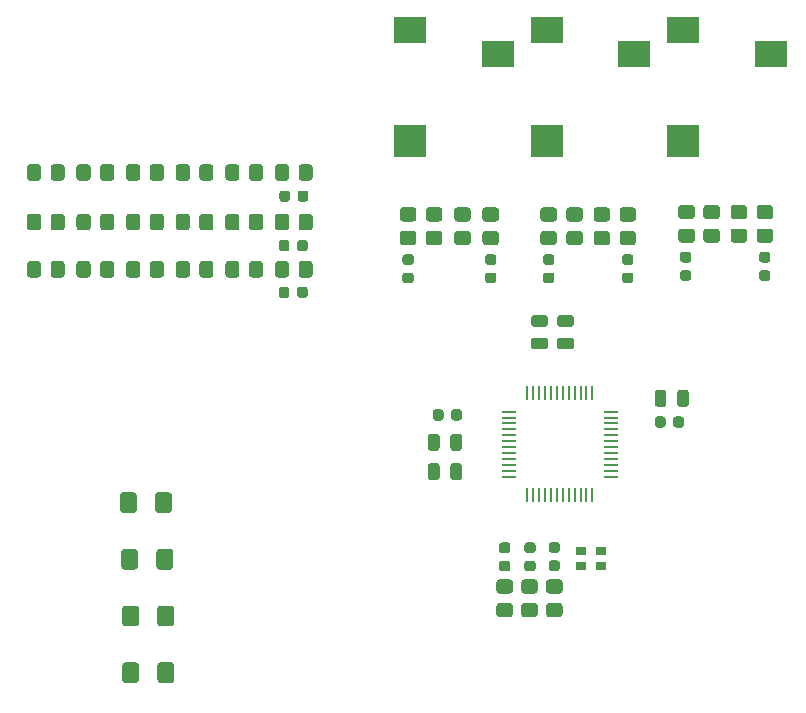
<source format=gtp>
G04 #@! TF.GenerationSoftware,KiCad,Pcbnew,(5.1.10)-1*
G04 #@! TF.CreationDate,2021-08-26T19:54:54+02:00*
G04 #@! TF.ProjectId,CT_Sensor_Mains,43545f53-656e-4736-9f72-5f4d61696e73,rev?*
G04 #@! TF.SameCoordinates,Original*
G04 #@! TF.FileFunction,Paste,Top*
G04 #@! TF.FilePolarity,Positive*
%FSLAX46Y46*%
G04 Gerber Fmt 4.6, Leading zero omitted, Abs format (unit mm)*
G04 Created by KiCad (PCBNEW (5.1.10)-1) date 2021-08-26 19:54:54*
%MOMM*%
%LPD*%
G01*
G04 APERTURE LIST*
%ADD10R,0.900000X0.800000*%
%ADD11R,0.250000X1.300000*%
%ADD12R,1.300000X0.250000*%
%ADD13R,2.800000X2.800000*%
%ADD14R,2.800000X2.200000*%
G04 APERTURE END LIST*
D10*
X97175000Y-101475000D03*
X98825000Y-102725000D03*
X98825000Y-101475000D03*
X97175000Y-102725000D03*
D11*
X92630000Y-88095000D03*
X93130000Y-88095000D03*
X93630000Y-88095000D03*
X94130000Y-88095000D03*
X94630000Y-88095000D03*
X95130000Y-88095000D03*
X95630000Y-88095000D03*
X96130000Y-88095000D03*
X96630000Y-88095000D03*
X97130000Y-88095000D03*
X97630000Y-88095000D03*
X98130000Y-88095000D03*
D12*
X99730000Y-89695000D03*
X99730000Y-90195000D03*
X99730000Y-90695000D03*
X99730000Y-91195000D03*
X99730000Y-91695000D03*
X99730000Y-92195000D03*
X99730000Y-92695000D03*
X99730000Y-93195000D03*
X99730000Y-93695000D03*
X99730000Y-94195000D03*
X99730000Y-94695000D03*
X99730000Y-95195000D03*
D11*
X98130000Y-96795000D03*
X97630000Y-96795000D03*
X97130000Y-96795000D03*
X96630000Y-96795000D03*
X96130000Y-96795000D03*
X95630000Y-96795000D03*
X95130000Y-96795000D03*
X94630000Y-96795000D03*
X94130000Y-96795000D03*
X93630000Y-96795000D03*
X93130000Y-96795000D03*
X92630000Y-96795000D03*
D12*
X91030000Y-95195000D03*
X91030000Y-94695000D03*
X91030000Y-94195000D03*
X91030000Y-93695000D03*
X91030000Y-93195000D03*
X91030000Y-92695000D03*
X91030000Y-92195000D03*
X91030000Y-91695000D03*
X91030000Y-91195000D03*
X91030000Y-90695000D03*
X91030000Y-90195000D03*
X91030000Y-89695000D03*
G36*
G01*
X91150001Y-105100000D02*
X90249999Y-105100000D01*
G75*
G02*
X90000000Y-104850001I0J249999D01*
G01*
X90000000Y-104149999D01*
G75*
G02*
X90249999Y-103900000I249999J0D01*
G01*
X91150001Y-103900000D01*
G75*
G02*
X91400000Y-104149999I0J-249999D01*
G01*
X91400000Y-104850001D01*
G75*
G02*
X91150001Y-105100000I-249999J0D01*
G01*
G37*
G36*
G01*
X91150001Y-107100000D02*
X90249999Y-107100000D01*
G75*
G02*
X90000000Y-106850001I0J249999D01*
G01*
X90000000Y-106149999D01*
G75*
G02*
X90249999Y-105900000I249999J0D01*
G01*
X91150001Y-105900000D01*
G75*
G02*
X91400000Y-106149999I0J-249999D01*
G01*
X91400000Y-106850001D01*
G75*
G02*
X91150001Y-107100000I-249999J0D01*
G01*
G37*
G36*
G01*
X93250001Y-105100000D02*
X92349999Y-105100000D01*
G75*
G02*
X92100000Y-104850001I0J249999D01*
G01*
X92100000Y-104149999D01*
G75*
G02*
X92349999Y-103900000I249999J0D01*
G01*
X93250001Y-103900000D01*
G75*
G02*
X93500000Y-104149999I0J-249999D01*
G01*
X93500000Y-104850001D01*
G75*
G02*
X93250001Y-105100000I-249999J0D01*
G01*
G37*
G36*
G01*
X93250001Y-107100000D02*
X92349999Y-107100000D01*
G75*
G02*
X92100000Y-106850001I0J249999D01*
G01*
X92100000Y-106149999D01*
G75*
G02*
X92349999Y-105900000I249999J0D01*
G01*
X93250001Y-105900000D01*
G75*
G02*
X93500000Y-106149999I0J-249999D01*
G01*
X93500000Y-106850001D01*
G75*
G02*
X93250001Y-107100000I-249999J0D01*
G01*
G37*
G36*
G01*
X95350001Y-105100000D02*
X94449999Y-105100000D01*
G75*
G02*
X94200000Y-104850001I0J249999D01*
G01*
X94200000Y-104149999D01*
G75*
G02*
X94449999Y-103900000I249999J0D01*
G01*
X95350001Y-103900000D01*
G75*
G02*
X95600000Y-104149999I0J-249999D01*
G01*
X95600000Y-104850001D01*
G75*
G02*
X95350001Y-105100000I-249999J0D01*
G01*
G37*
G36*
G01*
X95350001Y-107100000D02*
X94449999Y-107100000D01*
G75*
G02*
X94200000Y-106850001I0J249999D01*
G01*
X94200000Y-106149999D01*
G75*
G02*
X94449999Y-105900000I249999J0D01*
G01*
X95350001Y-105900000D01*
G75*
G02*
X95600000Y-106149999I0J-249999D01*
G01*
X95600000Y-106850001D01*
G75*
G02*
X95350001Y-107100000I-249999J0D01*
G01*
G37*
G36*
G01*
X73250000Y-78100001D02*
X73250000Y-77199999D01*
G75*
G02*
X73499999Y-76950000I249999J0D01*
G01*
X74200001Y-76950000D01*
G75*
G02*
X74450000Y-77199999I0J-249999D01*
G01*
X74450000Y-78100001D01*
G75*
G02*
X74200001Y-78350000I-249999J0D01*
G01*
X73499999Y-78350000D01*
G75*
G02*
X73250000Y-78100001I0J249999D01*
G01*
G37*
G36*
G01*
X71250000Y-78100001D02*
X71250000Y-77199999D01*
G75*
G02*
X71499999Y-76950000I249999J0D01*
G01*
X72200001Y-76950000D01*
G75*
G02*
X72450000Y-77199999I0J-249999D01*
G01*
X72450000Y-78100001D01*
G75*
G02*
X72200001Y-78350000I-249999J0D01*
G01*
X71499999Y-78350000D01*
G75*
G02*
X71250000Y-78100001I0J249999D01*
G01*
G37*
G36*
G01*
X73250000Y-74100001D02*
X73250000Y-73199999D01*
G75*
G02*
X73499999Y-72950000I249999J0D01*
G01*
X74200001Y-72950000D01*
G75*
G02*
X74450000Y-73199999I0J-249999D01*
G01*
X74450000Y-74100001D01*
G75*
G02*
X74200001Y-74350000I-249999J0D01*
G01*
X73499999Y-74350000D01*
G75*
G02*
X73250000Y-74100001I0J249999D01*
G01*
G37*
G36*
G01*
X71250000Y-74100001D02*
X71250000Y-73199999D01*
G75*
G02*
X71499999Y-72950000I249999J0D01*
G01*
X72200001Y-72950000D01*
G75*
G02*
X72450000Y-73199999I0J-249999D01*
G01*
X72450000Y-74100001D01*
G75*
G02*
X72200001Y-74350000I-249999J0D01*
G01*
X71499999Y-74350000D01*
G75*
G02*
X71250000Y-74100001I0J249999D01*
G01*
G37*
G36*
G01*
X73250000Y-69900001D02*
X73250000Y-68999999D01*
G75*
G02*
X73499999Y-68750000I249999J0D01*
G01*
X74200001Y-68750000D01*
G75*
G02*
X74450000Y-68999999I0J-249999D01*
G01*
X74450000Y-69900001D01*
G75*
G02*
X74200001Y-70150000I-249999J0D01*
G01*
X73499999Y-70150000D01*
G75*
G02*
X73250000Y-69900001I0J249999D01*
G01*
G37*
G36*
G01*
X71250000Y-69900001D02*
X71250000Y-68999999D01*
G75*
G02*
X71499999Y-68750000I249999J0D01*
G01*
X72200001Y-68750000D01*
G75*
G02*
X72450000Y-68999999I0J-249999D01*
G01*
X72450000Y-69900001D01*
G75*
G02*
X72200001Y-70150000I-249999J0D01*
G01*
X71499999Y-70150000D01*
G75*
G02*
X71250000Y-69900001I0J249999D01*
G01*
G37*
G36*
G01*
X69050000Y-78100001D02*
X69050000Y-77199999D01*
G75*
G02*
X69299999Y-76950000I249999J0D01*
G01*
X70000001Y-76950000D01*
G75*
G02*
X70250000Y-77199999I0J-249999D01*
G01*
X70250000Y-78100001D01*
G75*
G02*
X70000001Y-78350000I-249999J0D01*
G01*
X69299999Y-78350000D01*
G75*
G02*
X69050000Y-78100001I0J249999D01*
G01*
G37*
G36*
G01*
X67050000Y-78100001D02*
X67050000Y-77199999D01*
G75*
G02*
X67299999Y-76950000I249999J0D01*
G01*
X68000001Y-76950000D01*
G75*
G02*
X68250000Y-77199999I0J-249999D01*
G01*
X68250000Y-78100001D01*
G75*
G02*
X68000001Y-78350000I-249999J0D01*
G01*
X67299999Y-78350000D01*
G75*
G02*
X67050000Y-78100001I0J249999D01*
G01*
G37*
G36*
G01*
X69050000Y-74100001D02*
X69050000Y-73199999D01*
G75*
G02*
X69299999Y-72950000I249999J0D01*
G01*
X70000001Y-72950000D01*
G75*
G02*
X70250000Y-73199999I0J-249999D01*
G01*
X70250000Y-74100001D01*
G75*
G02*
X70000001Y-74350000I-249999J0D01*
G01*
X69299999Y-74350000D01*
G75*
G02*
X69050000Y-74100001I0J249999D01*
G01*
G37*
G36*
G01*
X67050000Y-74100001D02*
X67050000Y-73199999D01*
G75*
G02*
X67299999Y-72950000I249999J0D01*
G01*
X68000001Y-72950000D01*
G75*
G02*
X68250000Y-73199999I0J-249999D01*
G01*
X68250000Y-74100001D01*
G75*
G02*
X68000001Y-74350000I-249999J0D01*
G01*
X67299999Y-74350000D01*
G75*
G02*
X67050000Y-74100001I0J249999D01*
G01*
G37*
G36*
G01*
X69050000Y-69900001D02*
X69050000Y-68999999D01*
G75*
G02*
X69299999Y-68750000I249999J0D01*
G01*
X70000001Y-68750000D01*
G75*
G02*
X70250000Y-68999999I0J-249999D01*
G01*
X70250000Y-69900001D01*
G75*
G02*
X70000001Y-70150000I-249999J0D01*
G01*
X69299999Y-70150000D01*
G75*
G02*
X69050000Y-69900001I0J249999D01*
G01*
G37*
G36*
G01*
X67050000Y-69900001D02*
X67050000Y-68999999D01*
G75*
G02*
X67299999Y-68750000I249999J0D01*
G01*
X68000001Y-68750000D01*
G75*
G02*
X68250000Y-68999999I0J-249999D01*
G01*
X68250000Y-69900001D01*
G75*
G02*
X68000001Y-70150000I-249999J0D01*
G01*
X67299999Y-70150000D01*
G75*
G02*
X67050000Y-69900001I0J249999D01*
G01*
G37*
G36*
G01*
X64850000Y-78100001D02*
X64850000Y-77199999D01*
G75*
G02*
X65099999Y-76950000I249999J0D01*
G01*
X65800001Y-76950000D01*
G75*
G02*
X66050000Y-77199999I0J-249999D01*
G01*
X66050000Y-78100001D01*
G75*
G02*
X65800001Y-78350000I-249999J0D01*
G01*
X65099999Y-78350000D01*
G75*
G02*
X64850000Y-78100001I0J249999D01*
G01*
G37*
G36*
G01*
X62850000Y-78100001D02*
X62850000Y-77199999D01*
G75*
G02*
X63099999Y-76950000I249999J0D01*
G01*
X63800001Y-76950000D01*
G75*
G02*
X64050000Y-77199999I0J-249999D01*
G01*
X64050000Y-78100001D01*
G75*
G02*
X63800001Y-78350000I-249999J0D01*
G01*
X63099999Y-78350000D01*
G75*
G02*
X62850000Y-78100001I0J249999D01*
G01*
G37*
G36*
G01*
X64850000Y-74100001D02*
X64850000Y-73199999D01*
G75*
G02*
X65099999Y-72950000I249999J0D01*
G01*
X65800001Y-72950000D01*
G75*
G02*
X66050000Y-73199999I0J-249999D01*
G01*
X66050000Y-74100001D01*
G75*
G02*
X65800001Y-74350000I-249999J0D01*
G01*
X65099999Y-74350000D01*
G75*
G02*
X64850000Y-74100001I0J249999D01*
G01*
G37*
G36*
G01*
X62850000Y-74100001D02*
X62850000Y-73199999D01*
G75*
G02*
X63099999Y-72950000I249999J0D01*
G01*
X63800001Y-72950000D01*
G75*
G02*
X64050000Y-73199999I0J-249999D01*
G01*
X64050000Y-74100001D01*
G75*
G02*
X63800001Y-74350000I-249999J0D01*
G01*
X63099999Y-74350000D01*
G75*
G02*
X62850000Y-74100001I0J249999D01*
G01*
G37*
G36*
G01*
X64850000Y-69900001D02*
X64850000Y-68999999D01*
G75*
G02*
X65099999Y-68750000I249999J0D01*
G01*
X65800001Y-68750000D01*
G75*
G02*
X66050000Y-68999999I0J-249999D01*
G01*
X66050000Y-69900001D01*
G75*
G02*
X65800001Y-70150000I-249999J0D01*
G01*
X65099999Y-70150000D01*
G75*
G02*
X64850000Y-69900001I0J249999D01*
G01*
G37*
G36*
G01*
X62850000Y-69900001D02*
X62850000Y-68999999D01*
G75*
G02*
X63099999Y-68750000I249999J0D01*
G01*
X63800001Y-68750000D01*
G75*
G02*
X64050000Y-68999999I0J-249999D01*
G01*
X64050000Y-69900001D01*
G75*
G02*
X63800001Y-70150000I-249999J0D01*
G01*
X63099999Y-70150000D01*
G75*
G02*
X62850000Y-69900001I0J249999D01*
G01*
G37*
G36*
G01*
X60650000Y-78100001D02*
X60650000Y-77199999D01*
G75*
G02*
X60899999Y-76950000I249999J0D01*
G01*
X61600001Y-76950000D01*
G75*
G02*
X61850000Y-77199999I0J-249999D01*
G01*
X61850000Y-78100001D01*
G75*
G02*
X61600001Y-78350000I-249999J0D01*
G01*
X60899999Y-78350000D01*
G75*
G02*
X60650000Y-78100001I0J249999D01*
G01*
G37*
G36*
G01*
X58650000Y-78100001D02*
X58650000Y-77199999D01*
G75*
G02*
X58899999Y-76950000I249999J0D01*
G01*
X59600001Y-76950000D01*
G75*
G02*
X59850000Y-77199999I0J-249999D01*
G01*
X59850000Y-78100001D01*
G75*
G02*
X59600001Y-78350000I-249999J0D01*
G01*
X58899999Y-78350000D01*
G75*
G02*
X58650000Y-78100001I0J249999D01*
G01*
G37*
G36*
G01*
X60650000Y-74100001D02*
X60650000Y-73199999D01*
G75*
G02*
X60899999Y-72950000I249999J0D01*
G01*
X61600001Y-72950000D01*
G75*
G02*
X61850000Y-73199999I0J-249999D01*
G01*
X61850000Y-74100001D01*
G75*
G02*
X61600001Y-74350000I-249999J0D01*
G01*
X60899999Y-74350000D01*
G75*
G02*
X60650000Y-74100001I0J249999D01*
G01*
G37*
G36*
G01*
X58650000Y-74100001D02*
X58650000Y-73199999D01*
G75*
G02*
X58899999Y-72950000I249999J0D01*
G01*
X59600001Y-72950000D01*
G75*
G02*
X59850000Y-73199999I0J-249999D01*
G01*
X59850000Y-74100001D01*
G75*
G02*
X59600001Y-74350000I-249999J0D01*
G01*
X58899999Y-74350000D01*
G75*
G02*
X58650000Y-74100001I0J249999D01*
G01*
G37*
G36*
G01*
X60650000Y-69900001D02*
X60650000Y-68999999D01*
G75*
G02*
X60899999Y-68750000I249999J0D01*
G01*
X61600001Y-68750000D01*
G75*
G02*
X61850000Y-68999999I0J-249999D01*
G01*
X61850000Y-69900001D01*
G75*
G02*
X61600001Y-70150000I-249999J0D01*
G01*
X60899999Y-70150000D01*
G75*
G02*
X60650000Y-69900001I0J249999D01*
G01*
G37*
G36*
G01*
X58650000Y-69900001D02*
X58650000Y-68999999D01*
G75*
G02*
X58899999Y-68750000I249999J0D01*
G01*
X59600001Y-68750000D01*
G75*
G02*
X59850000Y-68999999I0J-249999D01*
G01*
X59850000Y-69900001D01*
G75*
G02*
X59600001Y-70150000I-249999J0D01*
G01*
X58899999Y-70150000D01*
G75*
G02*
X58650000Y-69900001I0J249999D01*
G01*
G37*
G36*
G01*
X56450000Y-78100001D02*
X56450000Y-77199999D01*
G75*
G02*
X56699999Y-76950000I249999J0D01*
G01*
X57400001Y-76950000D01*
G75*
G02*
X57650000Y-77199999I0J-249999D01*
G01*
X57650000Y-78100001D01*
G75*
G02*
X57400001Y-78350000I-249999J0D01*
G01*
X56699999Y-78350000D01*
G75*
G02*
X56450000Y-78100001I0J249999D01*
G01*
G37*
G36*
G01*
X54450000Y-78100001D02*
X54450000Y-77199999D01*
G75*
G02*
X54699999Y-76950000I249999J0D01*
G01*
X55400001Y-76950000D01*
G75*
G02*
X55650000Y-77199999I0J-249999D01*
G01*
X55650000Y-78100001D01*
G75*
G02*
X55400001Y-78350000I-249999J0D01*
G01*
X54699999Y-78350000D01*
G75*
G02*
X54450000Y-78100001I0J249999D01*
G01*
G37*
G36*
G01*
X56450000Y-74100001D02*
X56450000Y-73199999D01*
G75*
G02*
X56699999Y-72950000I249999J0D01*
G01*
X57400001Y-72950000D01*
G75*
G02*
X57650000Y-73199999I0J-249999D01*
G01*
X57650000Y-74100001D01*
G75*
G02*
X57400001Y-74350000I-249999J0D01*
G01*
X56699999Y-74350000D01*
G75*
G02*
X56450000Y-74100001I0J249999D01*
G01*
G37*
G36*
G01*
X54450000Y-74100001D02*
X54450000Y-73199999D01*
G75*
G02*
X54699999Y-72950000I249999J0D01*
G01*
X55400001Y-72950000D01*
G75*
G02*
X55650000Y-73199999I0J-249999D01*
G01*
X55650000Y-74100001D01*
G75*
G02*
X55400001Y-74350000I-249999J0D01*
G01*
X54699999Y-74350000D01*
G75*
G02*
X54450000Y-74100001I0J249999D01*
G01*
G37*
G36*
G01*
X56450000Y-69900001D02*
X56450000Y-68999999D01*
G75*
G02*
X56699999Y-68750000I249999J0D01*
G01*
X57400001Y-68750000D01*
G75*
G02*
X57650000Y-68999999I0J-249999D01*
G01*
X57650000Y-69900001D01*
G75*
G02*
X57400001Y-70150000I-249999J0D01*
G01*
X56699999Y-70150000D01*
G75*
G02*
X56450000Y-69900001I0J249999D01*
G01*
G37*
G36*
G01*
X54450000Y-69900001D02*
X54450000Y-68999999D01*
G75*
G02*
X54699999Y-68750000I249999J0D01*
G01*
X55400001Y-68750000D01*
G75*
G02*
X55650000Y-68999999I0J-249999D01*
G01*
X55650000Y-69900001D01*
G75*
G02*
X55400001Y-70150000I-249999J0D01*
G01*
X54699999Y-70150000D01*
G75*
G02*
X54450000Y-69900001I0J249999D01*
G01*
G37*
G36*
G01*
X52250000Y-78100001D02*
X52250000Y-77199999D01*
G75*
G02*
X52499999Y-76950000I249999J0D01*
G01*
X53200001Y-76950000D01*
G75*
G02*
X53450000Y-77199999I0J-249999D01*
G01*
X53450000Y-78100001D01*
G75*
G02*
X53200001Y-78350000I-249999J0D01*
G01*
X52499999Y-78350000D01*
G75*
G02*
X52250000Y-78100001I0J249999D01*
G01*
G37*
G36*
G01*
X50250000Y-78100001D02*
X50250000Y-77199999D01*
G75*
G02*
X50499999Y-76950000I249999J0D01*
G01*
X51200001Y-76950000D01*
G75*
G02*
X51450000Y-77199999I0J-249999D01*
G01*
X51450000Y-78100001D01*
G75*
G02*
X51200001Y-78350000I-249999J0D01*
G01*
X50499999Y-78350000D01*
G75*
G02*
X50250000Y-78100001I0J249999D01*
G01*
G37*
G36*
G01*
X52250000Y-74100001D02*
X52250000Y-73199999D01*
G75*
G02*
X52499999Y-72950000I249999J0D01*
G01*
X53200001Y-72950000D01*
G75*
G02*
X53450000Y-73199999I0J-249999D01*
G01*
X53450000Y-74100001D01*
G75*
G02*
X53200001Y-74350000I-249999J0D01*
G01*
X52499999Y-74350000D01*
G75*
G02*
X52250000Y-74100001I0J249999D01*
G01*
G37*
G36*
G01*
X50250000Y-74100001D02*
X50250000Y-73199999D01*
G75*
G02*
X50499999Y-72950000I249999J0D01*
G01*
X51200001Y-72950000D01*
G75*
G02*
X51450000Y-73199999I0J-249999D01*
G01*
X51450000Y-74100001D01*
G75*
G02*
X51200001Y-74350000I-249999J0D01*
G01*
X50499999Y-74350000D01*
G75*
G02*
X50250000Y-74100001I0J249999D01*
G01*
G37*
G36*
G01*
X52250000Y-69900001D02*
X52250000Y-68999999D01*
G75*
G02*
X52499999Y-68750000I249999J0D01*
G01*
X53200001Y-68750000D01*
G75*
G02*
X53450000Y-68999999I0J-249999D01*
G01*
X53450000Y-69900001D01*
G75*
G02*
X53200001Y-70150000I-249999J0D01*
G01*
X52499999Y-70150000D01*
G75*
G02*
X52250000Y-69900001I0J249999D01*
G01*
G37*
G36*
G01*
X50250000Y-69900001D02*
X50250000Y-68999999D01*
G75*
G02*
X50499999Y-68750000I249999J0D01*
G01*
X51200001Y-68750000D01*
G75*
G02*
X51450000Y-68999999I0J-249999D01*
G01*
X51450000Y-69900001D01*
G75*
G02*
X51200001Y-70150000I-249999J0D01*
G01*
X50499999Y-70150000D01*
G75*
G02*
X50250000Y-69900001I0J249999D01*
G01*
G37*
G36*
G01*
X105649999Y-74200000D02*
X106550001Y-74200000D01*
G75*
G02*
X106800000Y-74449999I0J-249999D01*
G01*
X106800000Y-75150001D01*
G75*
G02*
X106550001Y-75400000I-249999J0D01*
G01*
X105649999Y-75400000D01*
G75*
G02*
X105400000Y-75150001I0J249999D01*
G01*
X105400000Y-74449999D01*
G75*
G02*
X105649999Y-74200000I249999J0D01*
G01*
G37*
G36*
G01*
X105649999Y-72200000D02*
X106550001Y-72200000D01*
G75*
G02*
X106800000Y-72449999I0J-249999D01*
G01*
X106800000Y-73150001D01*
G75*
G02*
X106550001Y-73400000I-249999J0D01*
G01*
X105649999Y-73400000D01*
G75*
G02*
X105400000Y-73150001I0J249999D01*
G01*
X105400000Y-72449999D01*
G75*
G02*
X105649999Y-72200000I249999J0D01*
G01*
G37*
G36*
G01*
X113175001Y-73400000D02*
X112274999Y-73400000D01*
G75*
G02*
X112025000Y-73150001I0J249999D01*
G01*
X112025000Y-72449999D01*
G75*
G02*
X112274999Y-72200000I249999J0D01*
G01*
X113175001Y-72200000D01*
G75*
G02*
X113425000Y-72449999I0J-249999D01*
G01*
X113425000Y-73150001D01*
G75*
G02*
X113175001Y-73400000I-249999J0D01*
G01*
G37*
G36*
G01*
X113175001Y-75400000D02*
X112274999Y-75400000D01*
G75*
G02*
X112025000Y-75150001I0J249999D01*
G01*
X112025000Y-74449999D01*
G75*
G02*
X112274999Y-74200000I249999J0D01*
G01*
X113175001Y-74200000D01*
G75*
G02*
X113425000Y-74449999I0J-249999D01*
G01*
X113425000Y-75150001D01*
G75*
G02*
X113175001Y-75400000I-249999J0D01*
G01*
G37*
G36*
G01*
X93974999Y-74400000D02*
X94875001Y-74400000D01*
G75*
G02*
X95125000Y-74649999I0J-249999D01*
G01*
X95125000Y-75350001D01*
G75*
G02*
X94875001Y-75600000I-249999J0D01*
G01*
X93974999Y-75600000D01*
G75*
G02*
X93725000Y-75350001I0J249999D01*
G01*
X93725000Y-74649999D01*
G75*
G02*
X93974999Y-74400000I249999J0D01*
G01*
G37*
G36*
G01*
X93974999Y-72400000D02*
X94875001Y-72400000D01*
G75*
G02*
X95125000Y-72649999I0J-249999D01*
G01*
X95125000Y-73350001D01*
G75*
G02*
X94875001Y-73600000I-249999J0D01*
G01*
X93974999Y-73600000D01*
G75*
G02*
X93725000Y-73350001I0J249999D01*
G01*
X93725000Y-72649999D01*
G75*
G02*
X93974999Y-72400000I249999J0D01*
G01*
G37*
G36*
G01*
X101575001Y-73600000D02*
X100674999Y-73600000D01*
G75*
G02*
X100425000Y-73350001I0J249999D01*
G01*
X100425000Y-72649999D01*
G75*
G02*
X100674999Y-72400000I249999J0D01*
G01*
X101575001Y-72400000D01*
G75*
G02*
X101825000Y-72649999I0J-249999D01*
G01*
X101825000Y-73350001D01*
G75*
G02*
X101575001Y-73600000I-249999J0D01*
G01*
G37*
G36*
G01*
X101575001Y-75600000D02*
X100674999Y-75600000D01*
G75*
G02*
X100425000Y-75350001I0J249999D01*
G01*
X100425000Y-74649999D01*
G75*
G02*
X100674999Y-74400000I249999J0D01*
G01*
X101575001Y-74400000D01*
G75*
G02*
X101825000Y-74649999I0J-249999D01*
G01*
X101825000Y-75350001D01*
G75*
G02*
X101575001Y-75600000I-249999J0D01*
G01*
G37*
G36*
G01*
X82074999Y-74400000D02*
X82975001Y-74400000D01*
G75*
G02*
X83225000Y-74649999I0J-249999D01*
G01*
X83225000Y-75350001D01*
G75*
G02*
X82975001Y-75600000I-249999J0D01*
G01*
X82074999Y-75600000D01*
G75*
G02*
X81825000Y-75350001I0J249999D01*
G01*
X81825000Y-74649999D01*
G75*
G02*
X82074999Y-74400000I249999J0D01*
G01*
G37*
G36*
G01*
X82074999Y-72400000D02*
X82975001Y-72400000D01*
G75*
G02*
X83225000Y-72649999I0J-249999D01*
G01*
X83225000Y-73350001D01*
G75*
G02*
X82975001Y-73600000I-249999J0D01*
G01*
X82074999Y-73600000D01*
G75*
G02*
X81825000Y-73350001I0J249999D01*
G01*
X81825000Y-72649999D01*
G75*
G02*
X82074999Y-72400000I249999J0D01*
G01*
G37*
G36*
G01*
X89975001Y-73600000D02*
X89074999Y-73600000D01*
G75*
G02*
X88825000Y-73350001I0J249999D01*
G01*
X88825000Y-72649999D01*
G75*
G02*
X89074999Y-72400000I249999J0D01*
G01*
X89975001Y-72400000D01*
G75*
G02*
X90225000Y-72649999I0J-249999D01*
G01*
X90225000Y-73350001D01*
G75*
G02*
X89975001Y-73600000I-249999J0D01*
G01*
G37*
G36*
G01*
X89975001Y-75600000D02*
X89074999Y-75600000D01*
G75*
G02*
X88825000Y-75350001I0J249999D01*
G01*
X88825000Y-74649999D01*
G75*
G02*
X89074999Y-74400000I249999J0D01*
G01*
X89975001Y-74400000D01*
G75*
G02*
X90225000Y-74649999I0J-249999D01*
G01*
X90225000Y-75350001D01*
G75*
G02*
X89975001Y-75600000I-249999J0D01*
G01*
G37*
G36*
G01*
X108675001Y-73400000D02*
X107774999Y-73400000D01*
G75*
G02*
X107525000Y-73150001I0J249999D01*
G01*
X107525000Y-72449999D01*
G75*
G02*
X107774999Y-72200000I249999J0D01*
G01*
X108675001Y-72200000D01*
G75*
G02*
X108925000Y-72449999I0J-249999D01*
G01*
X108925000Y-73150001D01*
G75*
G02*
X108675001Y-73400000I-249999J0D01*
G01*
G37*
G36*
G01*
X108675001Y-75400000D02*
X107774999Y-75400000D01*
G75*
G02*
X107525000Y-75150001I0J249999D01*
G01*
X107525000Y-74449999D01*
G75*
G02*
X107774999Y-74200000I249999J0D01*
G01*
X108675001Y-74200000D01*
G75*
G02*
X108925000Y-74449999I0J-249999D01*
G01*
X108925000Y-75150001D01*
G75*
G02*
X108675001Y-75400000I-249999J0D01*
G01*
G37*
G36*
G01*
X110074999Y-74200000D02*
X110975001Y-74200000D01*
G75*
G02*
X111225000Y-74449999I0J-249999D01*
G01*
X111225000Y-75150001D01*
G75*
G02*
X110975001Y-75400000I-249999J0D01*
G01*
X110074999Y-75400000D01*
G75*
G02*
X109825000Y-75150001I0J249999D01*
G01*
X109825000Y-74449999D01*
G75*
G02*
X110074999Y-74200000I249999J0D01*
G01*
G37*
G36*
G01*
X110074999Y-72200000D02*
X110975001Y-72200000D01*
G75*
G02*
X111225000Y-72449999I0J-249999D01*
G01*
X111225000Y-73150001D01*
G75*
G02*
X110975001Y-73400000I-249999J0D01*
G01*
X110074999Y-73400000D01*
G75*
G02*
X109825000Y-73150001I0J249999D01*
G01*
X109825000Y-72449999D01*
G75*
G02*
X110074999Y-72200000I249999J0D01*
G01*
G37*
G36*
G01*
X97075001Y-73600000D02*
X96174999Y-73600000D01*
G75*
G02*
X95925000Y-73350001I0J249999D01*
G01*
X95925000Y-72649999D01*
G75*
G02*
X96174999Y-72400000I249999J0D01*
G01*
X97075001Y-72400000D01*
G75*
G02*
X97325000Y-72649999I0J-249999D01*
G01*
X97325000Y-73350001D01*
G75*
G02*
X97075001Y-73600000I-249999J0D01*
G01*
G37*
G36*
G01*
X97075001Y-75600000D02*
X96174999Y-75600000D01*
G75*
G02*
X95925000Y-75350001I0J249999D01*
G01*
X95925000Y-74649999D01*
G75*
G02*
X96174999Y-74400000I249999J0D01*
G01*
X97075001Y-74400000D01*
G75*
G02*
X97325000Y-74649999I0J-249999D01*
G01*
X97325000Y-75350001D01*
G75*
G02*
X97075001Y-75600000I-249999J0D01*
G01*
G37*
G36*
G01*
X98474999Y-74400000D02*
X99375001Y-74400000D01*
G75*
G02*
X99625000Y-74649999I0J-249999D01*
G01*
X99625000Y-75350001D01*
G75*
G02*
X99375001Y-75600000I-249999J0D01*
G01*
X98474999Y-75600000D01*
G75*
G02*
X98225000Y-75350001I0J249999D01*
G01*
X98225000Y-74649999D01*
G75*
G02*
X98474999Y-74400000I249999J0D01*
G01*
G37*
G36*
G01*
X98474999Y-72400000D02*
X99375001Y-72400000D01*
G75*
G02*
X99625000Y-72649999I0J-249999D01*
G01*
X99625000Y-73350001D01*
G75*
G02*
X99375001Y-73600000I-249999J0D01*
G01*
X98474999Y-73600000D01*
G75*
G02*
X98225000Y-73350001I0J249999D01*
G01*
X98225000Y-72649999D01*
G75*
G02*
X98474999Y-72400000I249999J0D01*
G01*
G37*
G36*
G01*
X85175001Y-73600000D02*
X84274999Y-73600000D01*
G75*
G02*
X84025000Y-73350001I0J249999D01*
G01*
X84025000Y-72649999D01*
G75*
G02*
X84274999Y-72400000I249999J0D01*
G01*
X85175001Y-72400000D01*
G75*
G02*
X85425000Y-72649999I0J-249999D01*
G01*
X85425000Y-73350001D01*
G75*
G02*
X85175001Y-73600000I-249999J0D01*
G01*
G37*
G36*
G01*
X85175001Y-75600000D02*
X84274999Y-75600000D01*
G75*
G02*
X84025000Y-75350001I0J249999D01*
G01*
X84025000Y-74649999D01*
G75*
G02*
X84274999Y-74400000I249999J0D01*
G01*
X85175001Y-74400000D01*
G75*
G02*
X85425000Y-74649999I0J-249999D01*
G01*
X85425000Y-75350001D01*
G75*
G02*
X85175001Y-75600000I-249999J0D01*
G01*
G37*
G36*
G01*
X86674999Y-74400000D02*
X87575001Y-74400000D01*
G75*
G02*
X87825000Y-74649999I0J-249999D01*
G01*
X87825000Y-75350001D01*
G75*
G02*
X87575001Y-75600000I-249999J0D01*
G01*
X86674999Y-75600000D01*
G75*
G02*
X86425000Y-75350001I0J249999D01*
G01*
X86425000Y-74649999D01*
G75*
G02*
X86674999Y-74400000I249999J0D01*
G01*
G37*
G36*
G01*
X86674999Y-72400000D02*
X87575001Y-72400000D01*
G75*
G02*
X87825000Y-72649999I0J-249999D01*
G01*
X87825000Y-73350001D01*
G75*
G02*
X87575001Y-73600000I-249999J0D01*
G01*
X86674999Y-73600000D01*
G75*
G02*
X86425000Y-73350001I0J249999D01*
G01*
X86425000Y-72649999D01*
G75*
G02*
X86674999Y-72400000I249999J0D01*
G01*
G37*
D13*
X105825000Y-66800000D03*
D14*
X105825000Y-57400000D03*
X113225000Y-59400000D03*
D13*
X94255000Y-66820000D03*
D14*
X94255000Y-57420000D03*
X101655000Y-59420000D03*
D13*
X82705000Y-66820000D03*
D14*
X82705000Y-57420000D03*
X90105000Y-59420000D03*
G36*
G01*
X59550000Y-96775000D02*
X59550000Y-98025000D01*
G75*
G02*
X59300000Y-98275000I-250000J0D01*
G01*
X58375000Y-98275000D01*
G75*
G02*
X58125000Y-98025000I0J250000D01*
G01*
X58125000Y-96775000D01*
G75*
G02*
X58375000Y-96525000I250000J0D01*
G01*
X59300000Y-96525000D01*
G75*
G02*
X59550000Y-96775000I0J-250000D01*
G01*
G37*
G36*
G01*
X62525000Y-96775000D02*
X62525000Y-98025000D01*
G75*
G02*
X62275000Y-98275000I-250000J0D01*
G01*
X61350000Y-98275000D01*
G75*
G02*
X61100000Y-98025000I0J250000D01*
G01*
X61100000Y-96775000D01*
G75*
G02*
X61350000Y-96525000I250000J0D01*
G01*
X62275000Y-96525000D01*
G75*
G02*
X62525000Y-96775000I0J-250000D01*
G01*
G37*
G36*
G01*
X59662500Y-101575000D02*
X59662500Y-102825000D01*
G75*
G02*
X59412500Y-103075000I-250000J0D01*
G01*
X58487500Y-103075000D01*
G75*
G02*
X58237500Y-102825000I0J250000D01*
G01*
X58237500Y-101575000D01*
G75*
G02*
X58487500Y-101325000I250000J0D01*
G01*
X59412500Y-101325000D01*
G75*
G02*
X59662500Y-101575000I0J-250000D01*
G01*
G37*
G36*
G01*
X62637500Y-101575000D02*
X62637500Y-102825000D01*
G75*
G02*
X62387500Y-103075000I-250000J0D01*
G01*
X61462500Y-103075000D01*
G75*
G02*
X61212500Y-102825000I0J250000D01*
G01*
X61212500Y-101575000D01*
G75*
G02*
X61462500Y-101325000I250000J0D01*
G01*
X62387500Y-101325000D01*
G75*
G02*
X62637500Y-101575000I0J-250000D01*
G01*
G37*
G36*
G01*
X59750000Y-106375000D02*
X59750000Y-107625000D01*
G75*
G02*
X59500000Y-107875000I-250000J0D01*
G01*
X58575000Y-107875000D01*
G75*
G02*
X58325000Y-107625000I0J250000D01*
G01*
X58325000Y-106375000D01*
G75*
G02*
X58575000Y-106125000I250000J0D01*
G01*
X59500000Y-106125000D01*
G75*
G02*
X59750000Y-106375000I0J-250000D01*
G01*
G37*
G36*
G01*
X62725000Y-106375000D02*
X62725000Y-107625000D01*
G75*
G02*
X62475000Y-107875000I-250000J0D01*
G01*
X61550000Y-107875000D01*
G75*
G02*
X61300000Y-107625000I0J250000D01*
G01*
X61300000Y-106375000D01*
G75*
G02*
X61550000Y-106125000I250000J0D01*
G01*
X62475000Y-106125000D01*
G75*
G02*
X62725000Y-106375000I0J-250000D01*
G01*
G37*
G36*
G01*
X59750000Y-111175000D02*
X59750000Y-112425000D01*
G75*
G02*
X59500000Y-112675000I-250000J0D01*
G01*
X58575000Y-112675000D01*
G75*
G02*
X58325000Y-112425000I0J250000D01*
G01*
X58325000Y-111175000D01*
G75*
G02*
X58575000Y-110925000I250000J0D01*
G01*
X59500000Y-110925000D01*
G75*
G02*
X59750000Y-111175000I0J-250000D01*
G01*
G37*
G36*
G01*
X62725000Y-111175000D02*
X62725000Y-112425000D01*
G75*
G02*
X62475000Y-112675000I-250000J0D01*
G01*
X61550000Y-112675000D01*
G75*
G02*
X61300000Y-112425000I0J250000D01*
G01*
X61300000Y-111175000D01*
G75*
G02*
X61550000Y-110925000I250000J0D01*
G01*
X62475000Y-110925000D01*
G75*
G02*
X62725000Y-111175000I0J-250000D01*
G01*
G37*
G36*
G01*
X85200000Y-91825000D02*
X85200000Y-92775000D01*
G75*
G02*
X84950000Y-93025000I-250000J0D01*
G01*
X84450000Y-93025000D01*
G75*
G02*
X84200000Y-92775000I0J250000D01*
G01*
X84200000Y-91825000D01*
G75*
G02*
X84450000Y-91575000I250000J0D01*
G01*
X84950000Y-91575000D01*
G75*
G02*
X85200000Y-91825000I0J-250000D01*
G01*
G37*
G36*
G01*
X87100000Y-91825000D02*
X87100000Y-92775000D01*
G75*
G02*
X86850000Y-93025000I-250000J0D01*
G01*
X86350000Y-93025000D01*
G75*
G02*
X86100000Y-92775000I0J250000D01*
G01*
X86100000Y-91825000D01*
G75*
G02*
X86350000Y-91575000I250000J0D01*
G01*
X86850000Y-91575000D01*
G75*
G02*
X87100000Y-91825000I0J-250000D01*
G01*
G37*
G36*
G01*
X105300000Y-89050000D02*
X105300000Y-88100000D01*
G75*
G02*
X105550000Y-87850000I250000J0D01*
G01*
X106050000Y-87850000D01*
G75*
G02*
X106300000Y-88100000I0J-250000D01*
G01*
X106300000Y-89050000D01*
G75*
G02*
X106050000Y-89300000I-250000J0D01*
G01*
X105550000Y-89300000D01*
G75*
G02*
X105300000Y-89050000I0J250000D01*
G01*
G37*
G36*
G01*
X103400000Y-89050000D02*
X103400000Y-88100000D01*
G75*
G02*
X103650000Y-87850000I250000J0D01*
G01*
X104150000Y-87850000D01*
G75*
G02*
X104400000Y-88100000I0J-250000D01*
G01*
X104400000Y-89050000D01*
G75*
G02*
X104150000Y-89300000I-250000J0D01*
G01*
X103650000Y-89300000D01*
G75*
G02*
X103400000Y-89050000I0J250000D01*
G01*
G37*
G36*
G01*
X85525000Y-89725000D02*
X85525000Y-90225000D01*
G75*
G02*
X85300000Y-90450000I-225000J0D01*
G01*
X84850000Y-90450000D01*
G75*
G02*
X84625000Y-90225000I0J225000D01*
G01*
X84625000Y-89725000D01*
G75*
G02*
X84850000Y-89500000I225000J0D01*
G01*
X85300000Y-89500000D01*
G75*
G02*
X85525000Y-89725000I0J-225000D01*
G01*
G37*
G36*
G01*
X87075000Y-89725000D02*
X87075000Y-90225000D01*
G75*
G02*
X86850000Y-90450000I-225000J0D01*
G01*
X86400000Y-90450000D01*
G75*
G02*
X86175000Y-90225000I0J225000D01*
G01*
X86175000Y-89725000D01*
G75*
G02*
X86400000Y-89500000I225000J0D01*
G01*
X86850000Y-89500000D01*
G75*
G02*
X87075000Y-89725000I0J-225000D01*
G01*
G37*
G36*
G01*
X104975000Y-90825000D02*
X104975000Y-90325000D01*
G75*
G02*
X105200000Y-90100000I225000J0D01*
G01*
X105650000Y-90100000D01*
G75*
G02*
X105875000Y-90325000I0J-225000D01*
G01*
X105875000Y-90825000D01*
G75*
G02*
X105650000Y-91050000I-225000J0D01*
G01*
X105200000Y-91050000D01*
G75*
G02*
X104975000Y-90825000I0J225000D01*
G01*
G37*
G36*
G01*
X103425000Y-90825000D02*
X103425000Y-90325000D01*
G75*
G02*
X103650000Y-90100000I225000J0D01*
G01*
X104100000Y-90100000D01*
G75*
G02*
X104325000Y-90325000I0J-225000D01*
G01*
X104325000Y-90825000D01*
G75*
G02*
X104100000Y-91050000I-225000J0D01*
G01*
X103650000Y-91050000D01*
G75*
G02*
X103425000Y-90825000I0J225000D01*
G01*
G37*
G36*
G01*
X96325000Y-82525000D02*
X95375000Y-82525000D01*
G75*
G02*
X95125000Y-82275000I0J250000D01*
G01*
X95125000Y-81775000D01*
G75*
G02*
X95375000Y-81525000I250000J0D01*
G01*
X96325000Y-81525000D01*
G75*
G02*
X96575000Y-81775000I0J-250000D01*
G01*
X96575000Y-82275000D01*
G75*
G02*
X96325000Y-82525000I-250000J0D01*
G01*
G37*
G36*
G01*
X96325000Y-84425000D02*
X95375000Y-84425000D01*
G75*
G02*
X95125000Y-84175000I0J250000D01*
G01*
X95125000Y-83675000D01*
G75*
G02*
X95375000Y-83425000I250000J0D01*
G01*
X96325000Y-83425000D01*
G75*
G02*
X96575000Y-83675000I0J-250000D01*
G01*
X96575000Y-84175000D01*
G75*
G02*
X96325000Y-84425000I-250000J0D01*
G01*
G37*
G36*
G01*
X94125000Y-82525000D02*
X93175000Y-82525000D01*
G75*
G02*
X92925000Y-82275000I0J250000D01*
G01*
X92925000Y-81775000D01*
G75*
G02*
X93175000Y-81525000I250000J0D01*
G01*
X94125000Y-81525000D01*
G75*
G02*
X94375000Y-81775000I0J-250000D01*
G01*
X94375000Y-82275000D01*
G75*
G02*
X94125000Y-82525000I-250000J0D01*
G01*
G37*
G36*
G01*
X94125000Y-84425000D02*
X93175000Y-84425000D01*
G75*
G02*
X92925000Y-84175000I0J250000D01*
G01*
X92925000Y-83675000D01*
G75*
G02*
X93175000Y-83425000I250000J0D01*
G01*
X94125000Y-83425000D01*
G75*
G02*
X94375000Y-83675000I0J-250000D01*
G01*
X94375000Y-84175000D01*
G75*
G02*
X94125000Y-84425000I-250000J0D01*
G01*
G37*
G36*
G01*
X85200000Y-94300000D02*
X85200000Y-95250000D01*
G75*
G02*
X84950000Y-95500000I-250000J0D01*
G01*
X84450000Y-95500000D01*
G75*
G02*
X84200000Y-95250000I0J250000D01*
G01*
X84200000Y-94300000D01*
G75*
G02*
X84450000Y-94050000I250000J0D01*
G01*
X84950000Y-94050000D01*
G75*
G02*
X85200000Y-94300000I0J-250000D01*
G01*
G37*
G36*
G01*
X87100000Y-94300000D02*
X87100000Y-95250000D01*
G75*
G02*
X86850000Y-95500000I-250000J0D01*
G01*
X86350000Y-95500000D01*
G75*
G02*
X86100000Y-95250000I0J250000D01*
G01*
X86100000Y-94300000D01*
G75*
G02*
X86350000Y-94050000I250000J0D01*
G01*
X86850000Y-94050000D01*
G75*
G02*
X87100000Y-94300000I0J-250000D01*
G01*
G37*
G36*
G01*
X90950000Y-101675000D02*
X90450000Y-101675000D01*
G75*
G02*
X90225000Y-101450000I0J225000D01*
G01*
X90225000Y-101000000D01*
G75*
G02*
X90450000Y-100775000I225000J0D01*
G01*
X90950000Y-100775000D01*
G75*
G02*
X91175000Y-101000000I0J-225000D01*
G01*
X91175000Y-101450000D01*
G75*
G02*
X90950000Y-101675000I-225000J0D01*
G01*
G37*
G36*
G01*
X90950000Y-103225000D02*
X90450000Y-103225000D01*
G75*
G02*
X90225000Y-103000000I0J225000D01*
G01*
X90225000Y-102550000D01*
G75*
G02*
X90450000Y-102325000I225000J0D01*
G01*
X90950000Y-102325000D01*
G75*
G02*
X91175000Y-102550000I0J-225000D01*
G01*
X91175000Y-103000000D01*
G75*
G02*
X90950000Y-103225000I-225000J0D01*
G01*
G37*
G36*
G01*
X93100000Y-101675000D02*
X92600000Y-101675000D01*
G75*
G02*
X92375000Y-101450000I0J225000D01*
G01*
X92375000Y-101000000D01*
G75*
G02*
X92600000Y-100775000I225000J0D01*
G01*
X93100000Y-100775000D01*
G75*
G02*
X93325000Y-101000000I0J-225000D01*
G01*
X93325000Y-101450000D01*
G75*
G02*
X93100000Y-101675000I-225000J0D01*
G01*
G37*
G36*
G01*
X93100000Y-103225000D02*
X92600000Y-103225000D01*
G75*
G02*
X92375000Y-103000000I0J225000D01*
G01*
X92375000Y-102550000D01*
G75*
G02*
X92600000Y-102325000I225000J0D01*
G01*
X93100000Y-102325000D01*
G75*
G02*
X93325000Y-102550000I0J-225000D01*
G01*
X93325000Y-103000000D01*
G75*
G02*
X93100000Y-103225000I-225000J0D01*
G01*
G37*
G36*
G01*
X72475000Y-79350000D02*
X72475000Y-79850000D01*
G75*
G02*
X72250000Y-80075000I-225000J0D01*
G01*
X71800000Y-80075000D01*
G75*
G02*
X71575000Y-79850000I0J225000D01*
G01*
X71575000Y-79350000D01*
G75*
G02*
X71800000Y-79125000I225000J0D01*
G01*
X72250000Y-79125000D01*
G75*
G02*
X72475000Y-79350000I0J-225000D01*
G01*
G37*
G36*
G01*
X74025000Y-79350000D02*
X74025000Y-79850000D01*
G75*
G02*
X73800000Y-80075000I-225000J0D01*
G01*
X73350000Y-80075000D01*
G75*
G02*
X73125000Y-79850000I0J225000D01*
G01*
X73125000Y-79350000D01*
G75*
G02*
X73350000Y-79125000I225000J0D01*
G01*
X73800000Y-79125000D01*
G75*
G02*
X74025000Y-79350000I0J-225000D01*
G01*
G37*
G36*
G01*
X72475000Y-75400000D02*
X72475000Y-75900000D01*
G75*
G02*
X72250000Y-76125000I-225000J0D01*
G01*
X71800000Y-76125000D01*
G75*
G02*
X71575000Y-75900000I0J225000D01*
G01*
X71575000Y-75400000D01*
G75*
G02*
X71800000Y-75175000I225000J0D01*
G01*
X72250000Y-75175000D01*
G75*
G02*
X72475000Y-75400000I0J-225000D01*
G01*
G37*
G36*
G01*
X74025000Y-75400000D02*
X74025000Y-75900000D01*
G75*
G02*
X73800000Y-76125000I-225000J0D01*
G01*
X73350000Y-76125000D01*
G75*
G02*
X73125000Y-75900000I0J225000D01*
G01*
X73125000Y-75400000D01*
G75*
G02*
X73350000Y-75175000I225000J0D01*
G01*
X73800000Y-75175000D01*
G75*
G02*
X74025000Y-75400000I0J-225000D01*
G01*
G37*
G36*
G01*
X95150000Y-101650000D02*
X94650000Y-101650000D01*
G75*
G02*
X94425000Y-101425000I0J225000D01*
G01*
X94425000Y-100975000D01*
G75*
G02*
X94650000Y-100750000I225000J0D01*
G01*
X95150000Y-100750000D01*
G75*
G02*
X95375000Y-100975000I0J-225000D01*
G01*
X95375000Y-101425000D01*
G75*
G02*
X95150000Y-101650000I-225000J0D01*
G01*
G37*
G36*
G01*
X95150000Y-103200000D02*
X94650000Y-103200000D01*
G75*
G02*
X94425000Y-102975000I0J225000D01*
G01*
X94425000Y-102525000D01*
G75*
G02*
X94650000Y-102300000I225000J0D01*
G01*
X95150000Y-102300000D01*
G75*
G02*
X95375000Y-102525000I0J-225000D01*
G01*
X95375000Y-102975000D01*
G75*
G02*
X95150000Y-103200000I-225000J0D01*
G01*
G37*
G36*
G01*
X72525000Y-71200000D02*
X72525000Y-71700000D01*
G75*
G02*
X72300000Y-71925000I-225000J0D01*
G01*
X71850000Y-71925000D01*
G75*
G02*
X71625000Y-71700000I0J225000D01*
G01*
X71625000Y-71200000D01*
G75*
G02*
X71850000Y-70975000I225000J0D01*
G01*
X72300000Y-70975000D01*
G75*
G02*
X72525000Y-71200000I0J-225000D01*
G01*
G37*
G36*
G01*
X74075000Y-71200000D02*
X74075000Y-71700000D01*
G75*
G02*
X73850000Y-71925000I-225000J0D01*
G01*
X73400000Y-71925000D01*
G75*
G02*
X73175000Y-71700000I0J225000D01*
G01*
X73175000Y-71200000D01*
G75*
G02*
X73400000Y-70975000I225000J0D01*
G01*
X73850000Y-70975000D01*
G75*
G02*
X74075000Y-71200000I0J-225000D01*
G01*
G37*
G36*
G01*
X105775000Y-77725000D02*
X106275000Y-77725000D01*
G75*
G02*
X106500000Y-77950000I0J-225000D01*
G01*
X106500000Y-78400000D01*
G75*
G02*
X106275000Y-78625000I-225000J0D01*
G01*
X105775000Y-78625000D01*
G75*
G02*
X105550000Y-78400000I0J225000D01*
G01*
X105550000Y-77950000D01*
G75*
G02*
X105775000Y-77725000I225000J0D01*
G01*
G37*
G36*
G01*
X105775000Y-76175000D02*
X106275000Y-76175000D01*
G75*
G02*
X106500000Y-76400000I0J-225000D01*
G01*
X106500000Y-76850000D01*
G75*
G02*
X106275000Y-77075000I-225000J0D01*
G01*
X105775000Y-77075000D01*
G75*
G02*
X105550000Y-76850000I0J225000D01*
G01*
X105550000Y-76400000D01*
G75*
G02*
X105775000Y-76175000I225000J0D01*
G01*
G37*
G36*
G01*
X112975000Y-77075000D02*
X112475000Y-77075000D01*
G75*
G02*
X112250000Y-76850000I0J225000D01*
G01*
X112250000Y-76400000D01*
G75*
G02*
X112475000Y-76175000I225000J0D01*
G01*
X112975000Y-76175000D01*
G75*
G02*
X113200000Y-76400000I0J-225000D01*
G01*
X113200000Y-76850000D01*
G75*
G02*
X112975000Y-77075000I-225000J0D01*
G01*
G37*
G36*
G01*
X112975000Y-78625000D02*
X112475000Y-78625000D01*
G75*
G02*
X112250000Y-78400000I0J225000D01*
G01*
X112250000Y-77950000D01*
G75*
G02*
X112475000Y-77725000I225000J0D01*
G01*
X112975000Y-77725000D01*
G75*
G02*
X113200000Y-77950000I0J-225000D01*
G01*
X113200000Y-78400000D01*
G75*
G02*
X112975000Y-78625000I-225000J0D01*
G01*
G37*
G36*
G01*
X94175000Y-77925000D02*
X94675000Y-77925000D01*
G75*
G02*
X94900000Y-78150000I0J-225000D01*
G01*
X94900000Y-78600000D01*
G75*
G02*
X94675000Y-78825000I-225000J0D01*
G01*
X94175000Y-78825000D01*
G75*
G02*
X93950000Y-78600000I0J225000D01*
G01*
X93950000Y-78150000D01*
G75*
G02*
X94175000Y-77925000I225000J0D01*
G01*
G37*
G36*
G01*
X94175000Y-76375000D02*
X94675000Y-76375000D01*
G75*
G02*
X94900000Y-76600000I0J-225000D01*
G01*
X94900000Y-77050000D01*
G75*
G02*
X94675000Y-77275000I-225000J0D01*
G01*
X94175000Y-77275000D01*
G75*
G02*
X93950000Y-77050000I0J225000D01*
G01*
X93950000Y-76600000D01*
G75*
G02*
X94175000Y-76375000I225000J0D01*
G01*
G37*
G36*
G01*
X101375000Y-77275000D02*
X100875000Y-77275000D01*
G75*
G02*
X100650000Y-77050000I0J225000D01*
G01*
X100650000Y-76600000D01*
G75*
G02*
X100875000Y-76375000I225000J0D01*
G01*
X101375000Y-76375000D01*
G75*
G02*
X101600000Y-76600000I0J-225000D01*
G01*
X101600000Y-77050000D01*
G75*
G02*
X101375000Y-77275000I-225000J0D01*
G01*
G37*
G36*
G01*
X101375000Y-78825000D02*
X100875000Y-78825000D01*
G75*
G02*
X100650000Y-78600000I0J225000D01*
G01*
X100650000Y-78150000D01*
G75*
G02*
X100875000Y-77925000I225000J0D01*
G01*
X101375000Y-77925000D01*
G75*
G02*
X101600000Y-78150000I0J-225000D01*
G01*
X101600000Y-78600000D01*
G75*
G02*
X101375000Y-78825000I-225000J0D01*
G01*
G37*
G36*
G01*
X82275000Y-77925000D02*
X82775000Y-77925000D01*
G75*
G02*
X83000000Y-78150000I0J-225000D01*
G01*
X83000000Y-78600000D01*
G75*
G02*
X82775000Y-78825000I-225000J0D01*
G01*
X82275000Y-78825000D01*
G75*
G02*
X82050000Y-78600000I0J225000D01*
G01*
X82050000Y-78150000D01*
G75*
G02*
X82275000Y-77925000I225000J0D01*
G01*
G37*
G36*
G01*
X82275000Y-76375000D02*
X82775000Y-76375000D01*
G75*
G02*
X83000000Y-76600000I0J-225000D01*
G01*
X83000000Y-77050000D01*
G75*
G02*
X82775000Y-77275000I-225000J0D01*
G01*
X82275000Y-77275000D01*
G75*
G02*
X82050000Y-77050000I0J225000D01*
G01*
X82050000Y-76600000D01*
G75*
G02*
X82275000Y-76375000I225000J0D01*
G01*
G37*
G36*
G01*
X89775000Y-77275000D02*
X89275000Y-77275000D01*
G75*
G02*
X89050000Y-77050000I0J225000D01*
G01*
X89050000Y-76600000D01*
G75*
G02*
X89275000Y-76375000I225000J0D01*
G01*
X89775000Y-76375000D01*
G75*
G02*
X90000000Y-76600000I0J-225000D01*
G01*
X90000000Y-77050000D01*
G75*
G02*
X89775000Y-77275000I-225000J0D01*
G01*
G37*
G36*
G01*
X89775000Y-78825000D02*
X89275000Y-78825000D01*
G75*
G02*
X89050000Y-78600000I0J225000D01*
G01*
X89050000Y-78150000D01*
G75*
G02*
X89275000Y-77925000I225000J0D01*
G01*
X89775000Y-77925000D01*
G75*
G02*
X90000000Y-78150000I0J-225000D01*
G01*
X90000000Y-78600000D01*
G75*
G02*
X89775000Y-78825000I-225000J0D01*
G01*
G37*
M02*

</source>
